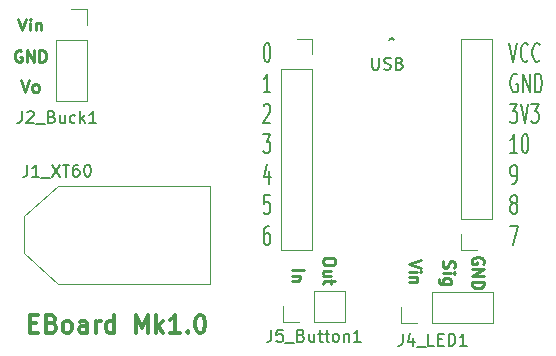
<source format=gbr>
%TF.GenerationSoftware,KiCad,Pcbnew,6.0.4-6f826c9f35~116~ubuntu20.04.1*%
%TF.CreationDate,2022-04-06T08:17:54+02:00*%
%TF.ProjectId,TestProject,54657374-5072-46f6-9a65-63742e6b6963,rev?*%
%TF.SameCoordinates,Original*%
%TF.FileFunction,Legend,Top*%
%TF.FilePolarity,Positive*%
%FSLAX46Y46*%
G04 Gerber Fmt 4.6, Leading zero omitted, Abs format (unit mm)*
G04 Created by KiCad (PCBNEW 6.0.4-6f826c9f35~116~ubuntu20.04.1) date 2022-04-06 08:17:54*
%MOMM*%
%LPD*%
G01*
G04 APERTURE LIST*
%ADD10C,0.250000*%
%ADD11C,0.150000*%
%ADD12C,0.300000*%
%ADD13C,0.120000*%
G04 APERTURE END LIST*
D10*
X50492488Y-35259363D02*
X50444869Y-35402220D01*
X50444869Y-35640315D01*
X50492488Y-35735554D01*
X50540107Y-35783173D01*
X50635345Y-35830792D01*
X50730583Y-35830792D01*
X50825821Y-35783173D01*
X50873440Y-35735554D01*
X50921059Y-35640315D01*
X50968678Y-35449839D01*
X51016297Y-35354601D01*
X51063916Y-35306982D01*
X51159154Y-35259363D01*
X51254392Y-35259363D01*
X51349630Y-35306982D01*
X51397250Y-35354601D01*
X51444869Y-35449839D01*
X51444869Y-35687934D01*
X51397250Y-35830792D01*
X50444869Y-36259363D02*
X51111535Y-36259363D01*
X51444869Y-36259363D02*
X51397250Y-36211744D01*
X51349630Y-36259363D01*
X51397250Y-36306982D01*
X51444869Y-36259363D01*
X51349630Y-36259363D01*
X51111535Y-37164125D02*
X50302011Y-37164125D01*
X50206773Y-37116506D01*
X50159154Y-37068887D01*
X50111535Y-36973649D01*
X50111535Y-36830792D01*
X50159154Y-36735554D01*
X50492488Y-37164125D02*
X50444869Y-37068887D01*
X50444869Y-36878411D01*
X50492488Y-36783173D01*
X50540107Y-36735554D01*
X50635345Y-36687934D01*
X50921059Y-36687934D01*
X51016297Y-36735554D01*
X51063916Y-36783173D01*
X51111535Y-36878411D01*
X51111535Y-37068887D01*
X51063916Y-37164125D01*
X53847955Y-35473649D02*
X53895574Y-35378411D01*
X53895574Y-35235554D01*
X53847955Y-35092696D01*
X53752716Y-34997458D01*
X53657478Y-34949839D01*
X53467002Y-34902220D01*
X53324145Y-34902220D01*
X53133669Y-34949839D01*
X53038431Y-34997458D01*
X52943193Y-35092696D01*
X52895574Y-35235554D01*
X52895574Y-35330792D01*
X52943193Y-35473649D01*
X52990812Y-35521268D01*
X53324145Y-35521268D01*
X53324145Y-35330792D01*
X52895574Y-35949839D02*
X53895574Y-35949839D01*
X52895574Y-36521268D01*
X53895574Y-36521268D01*
X52895574Y-36997458D02*
X53895574Y-36997458D01*
X53895574Y-37235554D01*
X53847955Y-37378411D01*
X53752716Y-37473649D01*
X53657478Y-37521268D01*
X53467002Y-37568887D01*
X53324145Y-37568887D01*
X53133669Y-37521268D01*
X53038431Y-37473649D01*
X52943193Y-37378411D01*
X52895574Y-37235554D01*
X52895574Y-36997458D01*
X48605163Y-35153394D02*
X47605163Y-35486727D01*
X48605163Y-35820061D01*
X47605163Y-36153394D02*
X48271829Y-36153394D01*
X48605163Y-36153394D02*
X48557544Y-36105775D01*
X48509924Y-36153394D01*
X48557544Y-36201013D01*
X48605163Y-36153394D01*
X48509924Y-36153394D01*
X48271829Y-36629584D02*
X47605163Y-36629584D01*
X48176591Y-36629584D02*
X48224210Y-36677204D01*
X48271829Y-36772442D01*
X48271829Y-36915299D01*
X48224210Y-37010537D01*
X48128972Y-37058156D01*
X47605163Y-37058156D01*
X41326997Y-35197201D02*
X41326997Y-35387677D01*
X41279378Y-35482915D01*
X41184139Y-35578154D01*
X40993663Y-35625773D01*
X40660330Y-35625773D01*
X40469854Y-35578154D01*
X40374616Y-35482915D01*
X40326997Y-35387677D01*
X40326997Y-35197201D01*
X40374616Y-35101963D01*
X40469854Y-35006725D01*
X40660330Y-34959106D01*
X40993663Y-34959106D01*
X41184139Y-35006725D01*
X41279378Y-35101963D01*
X41326997Y-35197201D01*
X40993663Y-36482915D02*
X40326997Y-36482915D01*
X40993663Y-36054344D02*
X40469854Y-36054344D01*
X40374616Y-36101963D01*
X40326997Y-36197201D01*
X40326997Y-36340058D01*
X40374616Y-36435296D01*
X40422235Y-36482915D01*
X40993663Y-36816249D02*
X40993663Y-37197201D01*
X41326997Y-36959106D02*
X40469854Y-36959106D01*
X40374616Y-37006725D01*
X40326997Y-37101963D01*
X40326997Y-37197201D01*
X37661125Y-36026093D02*
X38661125Y-36026093D01*
X38327791Y-36502283D02*
X37661125Y-36502283D01*
X38232553Y-36502283D02*
X38280172Y-36549902D01*
X38327791Y-36645140D01*
X38327791Y-36787997D01*
X38280172Y-36883235D01*
X38184934Y-36930854D01*
X37661125Y-36930854D01*
D11*
X35512380Y-16795809D02*
X35607619Y-16795809D01*
X35702857Y-16872000D01*
X35750476Y-16948190D01*
X35798095Y-17100571D01*
X35845714Y-17405333D01*
X35845714Y-17786285D01*
X35798095Y-18091047D01*
X35750476Y-18243428D01*
X35702857Y-18319619D01*
X35607619Y-18395809D01*
X35512380Y-18395809D01*
X35417142Y-18319619D01*
X35369523Y-18243428D01*
X35321904Y-18091047D01*
X35274285Y-17786285D01*
X35274285Y-17405333D01*
X35321904Y-17100571D01*
X35369523Y-16948190D01*
X35417142Y-16872000D01*
X35512380Y-16795809D01*
X35845714Y-20971809D02*
X35274285Y-20971809D01*
X35560000Y-20971809D02*
X35560000Y-19371809D01*
X35464761Y-19600380D01*
X35369523Y-19752761D01*
X35274285Y-19828952D01*
X35274285Y-22100190D02*
X35321904Y-22024000D01*
X35417142Y-21947809D01*
X35655238Y-21947809D01*
X35750476Y-22024000D01*
X35798095Y-22100190D01*
X35845714Y-22252571D01*
X35845714Y-22404952D01*
X35798095Y-22633523D01*
X35226666Y-23547809D01*
X35845714Y-23547809D01*
X35226666Y-24523809D02*
X35845714Y-24523809D01*
X35512380Y-25133333D01*
X35655238Y-25133333D01*
X35750476Y-25209523D01*
X35798095Y-25285714D01*
X35845714Y-25438095D01*
X35845714Y-25819047D01*
X35798095Y-25971428D01*
X35750476Y-26047619D01*
X35655238Y-26123809D01*
X35369523Y-26123809D01*
X35274285Y-26047619D01*
X35226666Y-25971428D01*
X35750476Y-27633142D02*
X35750476Y-28699809D01*
X35512380Y-27023619D02*
X35274285Y-28166476D01*
X35893333Y-28166476D01*
X35798095Y-29675809D02*
X35321904Y-29675809D01*
X35274285Y-30437714D01*
X35321904Y-30361523D01*
X35417142Y-30285333D01*
X35655238Y-30285333D01*
X35750476Y-30361523D01*
X35798095Y-30437714D01*
X35845714Y-30590095D01*
X35845714Y-30971047D01*
X35798095Y-31123428D01*
X35750476Y-31199619D01*
X35655238Y-31275809D01*
X35417142Y-31275809D01*
X35321904Y-31199619D01*
X35274285Y-31123428D01*
X35750476Y-32251809D02*
X35560000Y-32251809D01*
X35464761Y-32328000D01*
X35417142Y-32404190D01*
X35321904Y-32632761D01*
X35274285Y-32937523D01*
X35274285Y-33547047D01*
X35321904Y-33699428D01*
X35369523Y-33775619D01*
X35464761Y-33851809D01*
X35655238Y-33851809D01*
X35750476Y-33775619D01*
X35798095Y-33699428D01*
X35845714Y-33547047D01*
X35845714Y-33166095D01*
X35798095Y-33013714D01*
X35750476Y-32937523D01*
X35655238Y-32861333D01*
X35464761Y-32861333D01*
X35369523Y-32937523D01*
X35321904Y-33013714D01*
X35274285Y-33166095D01*
X56072738Y-16795809D02*
X56406071Y-18395809D01*
X56739404Y-16795809D01*
X57644166Y-18243428D02*
X57596547Y-18319619D01*
X57453690Y-18395809D01*
X57358452Y-18395809D01*
X57215595Y-18319619D01*
X57120357Y-18167238D01*
X57072738Y-18014857D01*
X57025119Y-17710095D01*
X57025119Y-17481523D01*
X57072738Y-17176761D01*
X57120357Y-17024380D01*
X57215595Y-16872000D01*
X57358452Y-16795809D01*
X57453690Y-16795809D01*
X57596547Y-16872000D01*
X57644166Y-16948190D01*
X58644166Y-18243428D02*
X58596547Y-18319619D01*
X58453690Y-18395809D01*
X58358452Y-18395809D01*
X58215595Y-18319619D01*
X58120357Y-18167238D01*
X58072738Y-18014857D01*
X58025119Y-17710095D01*
X58025119Y-17481523D01*
X58072738Y-17176761D01*
X58120357Y-17024380D01*
X58215595Y-16872000D01*
X58358452Y-16795809D01*
X58453690Y-16795809D01*
X58596547Y-16872000D01*
X58644166Y-16948190D01*
X56739404Y-19448000D02*
X56644166Y-19371809D01*
X56501309Y-19371809D01*
X56358452Y-19448000D01*
X56263214Y-19600380D01*
X56215595Y-19752761D01*
X56167976Y-20057523D01*
X56167976Y-20286095D01*
X56215595Y-20590857D01*
X56263214Y-20743238D01*
X56358452Y-20895619D01*
X56501309Y-20971809D01*
X56596547Y-20971809D01*
X56739404Y-20895619D01*
X56787023Y-20819428D01*
X56787023Y-20286095D01*
X56596547Y-20286095D01*
X57215595Y-20971809D02*
X57215595Y-19371809D01*
X57787023Y-20971809D01*
X57787023Y-19371809D01*
X58263214Y-20971809D02*
X58263214Y-19371809D01*
X58501309Y-19371809D01*
X58644166Y-19448000D01*
X58739404Y-19600380D01*
X58787023Y-19752761D01*
X58834642Y-20057523D01*
X58834642Y-20286095D01*
X58787023Y-20590857D01*
X58739404Y-20743238D01*
X58644166Y-20895619D01*
X58501309Y-20971809D01*
X58263214Y-20971809D01*
X56120357Y-21947809D02*
X56739404Y-21947809D01*
X56406071Y-22557333D01*
X56548928Y-22557333D01*
X56644166Y-22633523D01*
X56691785Y-22709714D01*
X56739404Y-22862095D01*
X56739404Y-23243047D01*
X56691785Y-23395428D01*
X56644166Y-23471619D01*
X56548928Y-23547809D01*
X56263214Y-23547809D01*
X56167976Y-23471619D01*
X56120357Y-23395428D01*
X57025119Y-21947809D02*
X57358452Y-23547809D01*
X57691785Y-21947809D01*
X57929880Y-21947809D02*
X58548928Y-21947809D01*
X58215595Y-22557333D01*
X58358452Y-22557333D01*
X58453690Y-22633523D01*
X58501309Y-22709714D01*
X58548928Y-22862095D01*
X58548928Y-23243047D01*
X58501309Y-23395428D01*
X58453690Y-23471619D01*
X58358452Y-23547809D01*
X58072738Y-23547809D01*
X57977500Y-23471619D01*
X57929880Y-23395428D01*
X56739404Y-26123809D02*
X56167976Y-26123809D01*
X56453690Y-26123809D02*
X56453690Y-24523809D01*
X56358452Y-24752380D01*
X56263214Y-24904761D01*
X56167976Y-24980952D01*
X57358452Y-24523809D02*
X57453690Y-24523809D01*
X57548928Y-24600000D01*
X57596547Y-24676190D01*
X57644166Y-24828571D01*
X57691785Y-25133333D01*
X57691785Y-25514285D01*
X57644166Y-25819047D01*
X57596547Y-25971428D01*
X57548928Y-26047619D01*
X57453690Y-26123809D01*
X57358452Y-26123809D01*
X57263214Y-26047619D01*
X57215595Y-25971428D01*
X57167976Y-25819047D01*
X57120357Y-25514285D01*
X57120357Y-25133333D01*
X57167976Y-24828571D01*
X57215595Y-24676190D01*
X57263214Y-24600000D01*
X57358452Y-24523809D01*
X56263214Y-28699809D02*
X56453690Y-28699809D01*
X56548928Y-28623619D01*
X56596547Y-28547428D01*
X56691785Y-28318857D01*
X56739404Y-28014095D01*
X56739404Y-27404571D01*
X56691785Y-27252190D01*
X56644166Y-27176000D01*
X56548928Y-27099809D01*
X56358452Y-27099809D01*
X56263214Y-27176000D01*
X56215595Y-27252190D01*
X56167976Y-27404571D01*
X56167976Y-27785523D01*
X56215595Y-27937904D01*
X56263214Y-28014095D01*
X56358452Y-28090285D01*
X56548928Y-28090285D01*
X56644166Y-28014095D01*
X56691785Y-27937904D01*
X56739404Y-27785523D01*
X56358452Y-30361523D02*
X56263214Y-30285333D01*
X56215595Y-30209142D01*
X56167976Y-30056761D01*
X56167976Y-29980571D01*
X56215595Y-29828190D01*
X56263214Y-29752000D01*
X56358452Y-29675809D01*
X56548928Y-29675809D01*
X56644166Y-29752000D01*
X56691785Y-29828190D01*
X56739404Y-29980571D01*
X56739404Y-30056761D01*
X56691785Y-30209142D01*
X56644166Y-30285333D01*
X56548928Y-30361523D01*
X56358452Y-30361523D01*
X56263214Y-30437714D01*
X56215595Y-30513904D01*
X56167976Y-30666285D01*
X56167976Y-30971047D01*
X56215595Y-31123428D01*
X56263214Y-31199619D01*
X56358452Y-31275809D01*
X56548928Y-31275809D01*
X56644166Y-31199619D01*
X56691785Y-31123428D01*
X56739404Y-30971047D01*
X56739404Y-30666285D01*
X56691785Y-30513904D01*
X56644166Y-30437714D01*
X56548928Y-30361523D01*
X56120357Y-32251809D02*
X56787023Y-32251809D01*
X56358452Y-33851809D01*
X45910476Y-16522619D02*
X46100952Y-16379761D01*
X46291428Y-16522619D01*
X44458095Y-18037380D02*
X44458095Y-18846904D01*
X44505714Y-18942142D01*
X44553333Y-18989761D01*
X44648571Y-19037380D01*
X44839047Y-19037380D01*
X44934285Y-18989761D01*
X44981904Y-18942142D01*
X45029523Y-18846904D01*
X45029523Y-18037380D01*
X45458095Y-18989761D02*
X45600952Y-19037380D01*
X45839047Y-19037380D01*
X45934285Y-18989761D01*
X45981904Y-18942142D01*
X46029523Y-18846904D01*
X46029523Y-18751666D01*
X45981904Y-18656428D01*
X45934285Y-18608809D01*
X45839047Y-18561190D01*
X45648571Y-18513571D01*
X45553333Y-18465952D01*
X45505714Y-18418333D01*
X45458095Y-18323095D01*
X45458095Y-18227857D01*
X45505714Y-18132619D01*
X45553333Y-18085000D01*
X45648571Y-18037380D01*
X45886666Y-18037380D01*
X46029523Y-18085000D01*
X46791428Y-18513571D02*
X46934285Y-18561190D01*
X46981904Y-18608809D01*
X47029523Y-18704047D01*
X47029523Y-18846904D01*
X46981904Y-18942142D01*
X46934285Y-18989761D01*
X46839047Y-19037380D01*
X46458095Y-19037380D01*
X46458095Y-18037380D01*
X46791428Y-18037380D01*
X46886666Y-18085000D01*
X46934285Y-18132619D01*
X46981904Y-18227857D01*
X46981904Y-18323095D01*
X46934285Y-18418333D01*
X46886666Y-18465952D01*
X46791428Y-18513571D01*
X46458095Y-18513571D01*
D10*
X14504846Y-14720597D02*
X14838179Y-15720597D01*
X15171513Y-14720597D01*
X15504846Y-15720597D02*
X15504846Y-15053931D01*
X15504846Y-14720597D02*
X15457227Y-14768217D01*
X15504846Y-14815836D01*
X15552465Y-14768217D01*
X15504846Y-14720597D01*
X15504846Y-14815836D01*
X15981036Y-15053931D02*
X15981036Y-15720597D01*
X15981036Y-15149169D02*
X16028656Y-15101550D01*
X16123894Y-15053931D01*
X16266751Y-15053931D01*
X16361989Y-15101550D01*
X16409608Y-15196788D01*
X16409608Y-15720597D01*
X14742941Y-19947573D02*
X15076275Y-20947573D01*
X15409608Y-19947573D01*
X15885798Y-20947573D02*
X15790560Y-20899954D01*
X15742941Y-20852335D01*
X15695322Y-20757097D01*
X15695322Y-20471383D01*
X15742941Y-20376145D01*
X15790560Y-20328526D01*
X15885798Y-20280907D01*
X16028656Y-20280907D01*
X16123894Y-20328526D01*
X16171513Y-20376145D01*
X16219132Y-20471383D01*
X16219132Y-20757097D01*
X16171513Y-20852335D01*
X16123894Y-20899954D01*
X16028656Y-20947573D01*
X15885798Y-20947573D01*
X14766751Y-17430103D02*
X14671513Y-17382483D01*
X14528656Y-17382483D01*
X14385798Y-17430103D01*
X14290560Y-17525341D01*
X14242941Y-17620579D01*
X14195322Y-17811055D01*
X14195322Y-17953912D01*
X14242941Y-18144388D01*
X14290560Y-18239626D01*
X14385798Y-18334864D01*
X14528656Y-18382483D01*
X14623894Y-18382483D01*
X14766751Y-18334864D01*
X14814370Y-18287245D01*
X14814370Y-17953912D01*
X14623894Y-17953912D01*
X15242941Y-18382483D02*
X15242941Y-17382483D01*
X15814370Y-18382483D01*
X15814370Y-17382483D01*
X16290560Y-18382483D02*
X16290560Y-17382483D01*
X16528656Y-17382483D01*
X16671513Y-17430103D01*
X16766751Y-17525341D01*
X16814370Y-17620579D01*
X16861989Y-17811055D01*
X16861989Y-17953912D01*
X16814370Y-18144388D01*
X16766751Y-18239626D01*
X16671513Y-18334864D01*
X16528656Y-18382483D01*
X16290560Y-18382483D01*
D12*
X15467142Y-40532857D02*
X15967142Y-40532857D01*
X16181428Y-41318571D02*
X15467142Y-41318571D01*
X15467142Y-39818571D01*
X16181428Y-39818571D01*
X17324285Y-40532857D02*
X17538571Y-40604285D01*
X17610000Y-40675714D01*
X17681428Y-40818571D01*
X17681428Y-41032857D01*
X17610000Y-41175714D01*
X17538571Y-41247142D01*
X17395714Y-41318571D01*
X16824285Y-41318571D01*
X16824285Y-39818571D01*
X17324285Y-39818571D01*
X17467142Y-39890000D01*
X17538571Y-39961428D01*
X17610000Y-40104285D01*
X17610000Y-40247142D01*
X17538571Y-40390000D01*
X17467142Y-40461428D01*
X17324285Y-40532857D01*
X16824285Y-40532857D01*
X18538571Y-41318571D02*
X18395714Y-41247142D01*
X18324285Y-41175714D01*
X18252857Y-41032857D01*
X18252857Y-40604285D01*
X18324285Y-40461428D01*
X18395714Y-40390000D01*
X18538571Y-40318571D01*
X18752857Y-40318571D01*
X18895714Y-40390000D01*
X18967142Y-40461428D01*
X19038571Y-40604285D01*
X19038571Y-41032857D01*
X18967142Y-41175714D01*
X18895714Y-41247142D01*
X18752857Y-41318571D01*
X18538571Y-41318571D01*
X20324285Y-41318571D02*
X20324285Y-40532857D01*
X20252857Y-40390000D01*
X20110000Y-40318571D01*
X19824285Y-40318571D01*
X19681428Y-40390000D01*
X20324285Y-41247142D02*
X20181428Y-41318571D01*
X19824285Y-41318571D01*
X19681428Y-41247142D01*
X19610000Y-41104285D01*
X19610000Y-40961428D01*
X19681428Y-40818571D01*
X19824285Y-40747142D01*
X20181428Y-40747142D01*
X20324285Y-40675714D01*
X21038571Y-41318571D02*
X21038571Y-40318571D01*
X21038571Y-40604285D02*
X21110000Y-40461428D01*
X21181428Y-40390000D01*
X21324285Y-40318571D01*
X21467142Y-40318571D01*
X22610000Y-41318571D02*
X22610000Y-39818571D01*
X22610000Y-41247142D02*
X22467142Y-41318571D01*
X22181428Y-41318571D01*
X22038571Y-41247142D01*
X21967142Y-41175714D01*
X21895714Y-41032857D01*
X21895714Y-40604285D01*
X21967142Y-40461428D01*
X22038571Y-40390000D01*
X22181428Y-40318571D01*
X22467142Y-40318571D01*
X22610000Y-40390000D01*
X24467142Y-41318571D02*
X24467142Y-39818571D01*
X24967142Y-40890000D01*
X25467142Y-39818571D01*
X25467142Y-41318571D01*
X26181428Y-41318571D02*
X26181428Y-39818571D01*
X26324285Y-40747142D02*
X26752857Y-41318571D01*
X26752857Y-40318571D02*
X26181428Y-40890000D01*
X28181428Y-41318571D02*
X27324285Y-41318571D01*
X27752857Y-41318571D02*
X27752857Y-39818571D01*
X27610000Y-40032857D01*
X27467142Y-40175714D01*
X27324285Y-40247142D01*
X28824285Y-41175714D02*
X28895714Y-41247142D01*
X28824285Y-41318571D01*
X28752857Y-41247142D01*
X28824285Y-41175714D01*
X28824285Y-41318571D01*
X29824285Y-39818571D02*
X29967142Y-39818571D01*
X30110000Y-39890000D01*
X30181428Y-39961428D01*
X30252857Y-40104285D01*
X30324285Y-40390000D01*
X30324285Y-40747142D01*
X30252857Y-41032857D01*
X30181428Y-41175714D01*
X30110000Y-41247142D01*
X29967142Y-41318571D01*
X29824285Y-41318571D01*
X29681428Y-41247142D01*
X29610000Y-41175714D01*
X29538571Y-41032857D01*
X29467142Y-40747142D01*
X29467142Y-40390000D01*
X29538571Y-40104285D01*
X29610000Y-39961428D01*
X29681428Y-39890000D01*
X29824285Y-39818571D01*
D11*
%TO.C,J4_LED1*%
X47036317Y-41400906D02*
X47036317Y-42115192D01*
X46988698Y-42258049D01*
X46893460Y-42353287D01*
X46750603Y-42400906D01*
X46655365Y-42400906D01*
X47941079Y-41734240D02*
X47941079Y-42400906D01*
X47702984Y-41353287D02*
X47464889Y-42067573D01*
X48083937Y-42067573D01*
X48226794Y-42496145D02*
X48988698Y-42496145D01*
X49702984Y-42400906D02*
X49226794Y-42400906D01*
X49226794Y-41400906D01*
X50036317Y-41877097D02*
X50369651Y-41877097D01*
X50512508Y-42400906D02*
X50036317Y-42400906D01*
X50036317Y-41400906D01*
X50512508Y-41400906D01*
X50941079Y-42400906D02*
X50941079Y-41400906D01*
X51179175Y-41400906D01*
X51322032Y-41448526D01*
X51417270Y-41543764D01*
X51464889Y-41639002D01*
X51512508Y-41829478D01*
X51512508Y-41972335D01*
X51464889Y-42162811D01*
X51417270Y-42258049D01*
X51322032Y-42353287D01*
X51179175Y-42400906D01*
X50941079Y-42400906D01*
X52464889Y-42400906D02*
X51893460Y-42400906D01*
X52179175Y-42400906D02*
X52179175Y-41400906D01*
X52083937Y-41543764D01*
X51988698Y-41639002D01*
X51893460Y-41686621D01*
%TO.C,J1_XT60*%
X15256190Y-27101155D02*
X15256190Y-27815441D01*
X15208571Y-27958298D01*
X15113333Y-28053536D01*
X14970476Y-28101155D01*
X14875238Y-28101155D01*
X16256190Y-28101155D02*
X15684761Y-28101155D01*
X15970476Y-28101155D02*
X15970476Y-27101155D01*
X15875238Y-27244013D01*
X15780000Y-27339251D01*
X15684761Y-27386870D01*
X16446666Y-28196394D02*
X17208571Y-28196394D01*
X17351428Y-27101155D02*
X18018095Y-28101155D01*
X18018095Y-27101155D02*
X17351428Y-28101155D01*
X18256190Y-27101155D02*
X18827619Y-27101155D01*
X18541904Y-28101155D02*
X18541904Y-27101155D01*
X19589523Y-27101155D02*
X19399047Y-27101155D01*
X19303809Y-27148775D01*
X19256190Y-27196394D01*
X19160952Y-27339251D01*
X19113333Y-27529727D01*
X19113333Y-27910679D01*
X19160952Y-28005917D01*
X19208571Y-28053536D01*
X19303809Y-28101155D01*
X19494285Y-28101155D01*
X19589523Y-28053536D01*
X19637142Y-28005917D01*
X19684761Y-27910679D01*
X19684761Y-27672584D01*
X19637142Y-27577346D01*
X19589523Y-27529727D01*
X19494285Y-27482108D01*
X19303809Y-27482108D01*
X19208571Y-27529727D01*
X19160952Y-27577346D01*
X19113333Y-27672584D01*
X20303809Y-27101155D02*
X20399047Y-27101155D01*
X20494285Y-27148775D01*
X20541904Y-27196394D01*
X20589523Y-27291632D01*
X20637142Y-27482108D01*
X20637142Y-27720203D01*
X20589523Y-27910679D01*
X20541904Y-28005917D01*
X20494285Y-28053536D01*
X20399047Y-28101155D01*
X20303809Y-28101155D01*
X20208571Y-28053536D01*
X20160952Y-28005917D01*
X20113333Y-27910679D01*
X20065714Y-27720203D01*
X20065714Y-27482108D01*
X20113333Y-27291632D01*
X20160952Y-27196394D01*
X20208571Y-27148775D01*
X20303809Y-27101155D01*
%TO.C,J5_Button1*%
X35927752Y-41074380D02*
X35927752Y-41788666D01*
X35880133Y-41931523D01*
X35784895Y-42026761D01*
X35642038Y-42074380D01*
X35546800Y-42074380D01*
X36880133Y-41074380D02*
X36403942Y-41074380D01*
X36356323Y-41550571D01*
X36403942Y-41502952D01*
X36499180Y-41455333D01*
X36737276Y-41455333D01*
X36832514Y-41502952D01*
X36880133Y-41550571D01*
X36927752Y-41645809D01*
X36927752Y-41883904D01*
X36880133Y-41979142D01*
X36832514Y-42026761D01*
X36737276Y-42074380D01*
X36499180Y-42074380D01*
X36403942Y-42026761D01*
X36356323Y-41979142D01*
X37118228Y-42169619D02*
X37880133Y-42169619D01*
X38451561Y-41550571D02*
X38594419Y-41598190D01*
X38642038Y-41645809D01*
X38689657Y-41741047D01*
X38689657Y-41883904D01*
X38642038Y-41979142D01*
X38594419Y-42026761D01*
X38499180Y-42074380D01*
X38118228Y-42074380D01*
X38118228Y-41074380D01*
X38451561Y-41074380D01*
X38546800Y-41122000D01*
X38594419Y-41169619D01*
X38642038Y-41264857D01*
X38642038Y-41360095D01*
X38594419Y-41455333D01*
X38546800Y-41502952D01*
X38451561Y-41550571D01*
X38118228Y-41550571D01*
X39546800Y-41407714D02*
X39546800Y-42074380D01*
X39118228Y-41407714D02*
X39118228Y-41931523D01*
X39165847Y-42026761D01*
X39261085Y-42074380D01*
X39403942Y-42074380D01*
X39499180Y-42026761D01*
X39546800Y-41979142D01*
X39880133Y-41407714D02*
X40261085Y-41407714D01*
X40022990Y-41074380D02*
X40022990Y-41931523D01*
X40070609Y-42026761D01*
X40165847Y-42074380D01*
X40261085Y-42074380D01*
X40451561Y-41407714D02*
X40832514Y-41407714D01*
X40594419Y-41074380D02*
X40594419Y-41931523D01*
X40642038Y-42026761D01*
X40737276Y-42074380D01*
X40832514Y-42074380D01*
X41308704Y-42074380D02*
X41213466Y-42026761D01*
X41165847Y-41979142D01*
X41118228Y-41883904D01*
X41118228Y-41598190D01*
X41165847Y-41502952D01*
X41213466Y-41455333D01*
X41308704Y-41407714D01*
X41451561Y-41407714D01*
X41546800Y-41455333D01*
X41594419Y-41502952D01*
X41642038Y-41598190D01*
X41642038Y-41883904D01*
X41594419Y-41979142D01*
X41546800Y-42026761D01*
X41451561Y-42074380D01*
X41308704Y-42074380D01*
X42070609Y-41407714D02*
X42070609Y-42074380D01*
X42070609Y-41502952D02*
X42118228Y-41455333D01*
X42213466Y-41407714D01*
X42356323Y-41407714D01*
X42451561Y-41455333D01*
X42499180Y-41550571D01*
X42499180Y-42074380D01*
X43499180Y-42074380D02*
X42927752Y-42074380D01*
X43213466Y-42074380D02*
X43213466Y-41074380D01*
X43118228Y-41217238D01*
X43022990Y-41312476D01*
X42927752Y-41360095D01*
%TO.C,J2_Buck1*%
X14803809Y-22561061D02*
X14803809Y-23275347D01*
X14756190Y-23418204D01*
X14660952Y-23513442D01*
X14518095Y-23561061D01*
X14422857Y-23561061D01*
X15232380Y-22656300D02*
X15280000Y-22608681D01*
X15375238Y-22561061D01*
X15613333Y-22561061D01*
X15708571Y-22608681D01*
X15756190Y-22656300D01*
X15803809Y-22751538D01*
X15803809Y-22846776D01*
X15756190Y-22989633D01*
X15184761Y-23561061D01*
X15803809Y-23561061D01*
X15994285Y-23656300D02*
X16756190Y-23656300D01*
X17327619Y-23037252D02*
X17470476Y-23084871D01*
X17518095Y-23132490D01*
X17565714Y-23227728D01*
X17565714Y-23370585D01*
X17518095Y-23465823D01*
X17470476Y-23513442D01*
X17375238Y-23561061D01*
X16994285Y-23561061D01*
X16994285Y-22561061D01*
X17327619Y-22561061D01*
X17422857Y-22608681D01*
X17470476Y-22656300D01*
X17518095Y-22751538D01*
X17518095Y-22846776D01*
X17470476Y-22942014D01*
X17422857Y-22989633D01*
X17327619Y-23037252D01*
X16994285Y-23037252D01*
X18422857Y-22894395D02*
X18422857Y-23561061D01*
X17994285Y-22894395D02*
X17994285Y-23418204D01*
X18041904Y-23513442D01*
X18137142Y-23561061D01*
X18280000Y-23561061D01*
X18375238Y-23513442D01*
X18422857Y-23465823D01*
X19327619Y-23513442D02*
X19232380Y-23561061D01*
X19041904Y-23561061D01*
X18946666Y-23513442D01*
X18899047Y-23465823D01*
X18851428Y-23370585D01*
X18851428Y-23084871D01*
X18899047Y-22989633D01*
X18946666Y-22942014D01*
X19041904Y-22894395D01*
X19232380Y-22894395D01*
X19327619Y-22942014D01*
X19756190Y-23561061D02*
X19756190Y-22561061D01*
X19851428Y-23180109D02*
X20137142Y-23561061D01*
X20137142Y-22894395D02*
X19756190Y-23275347D01*
X21089523Y-23561061D02*
X20518095Y-23561061D01*
X20803809Y-23561061D02*
X20803809Y-22561061D01*
X20708571Y-22703919D01*
X20613333Y-22799157D01*
X20518095Y-22846776D01*
D13*
%TO.C,J4_LED1*%
X54670000Y-40495700D02*
X54670000Y-37835700D01*
X49530000Y-40495700D02*
X54670000Y-40495700D01*
X48260000Y-40495700D02*
X46930000Y-40495700D01*
X49530000Y-37835700D02*
X54670000Y-37835700D01*
X46930000Y-40495700D02*
X46930000Y-39165700D01*
X49530000Y-40495700D02*
X49530000Y-37835700D01*
%TO.C,J3_MCU_Left1*%
X38075000Y-16430000D02*
X39405000Y-16430000D01*
X36745000Y-19030000D02*
X39405000Y-19030000D01*
X39405000Y-19030000D02*
X39405000Y-34330000D01*
X36745000Y-34330000D02*
X39405000Y-34330000D01*
X36745000Y-19030000D02*
X36745000Y-34330000D01*
X39405000Y-16430000D02*
X39405000Y-17760000D01*
%TO.C,J1_XT60*%
X17860000Y-28870000D02*
X15010000Y-31420000D01*
X30710000Y-37170000D02*
X30710000Y-28870000D01*
X15010000Y-34570000D02*
X17860000Y-37170000D01*
X30710000Y-28870000D02*
X17860000Y-28870000D01*
X17860000Y-37170000D02*
X30710000Y-37170000D01*
X15010000Y-31420000D02*
X15010000Y-34570000D01*
%TO.C,J3_MCU_Right1*%
X51985000Y-34310000D02*
X51985000Y-32980000D01*
X54645000Y-31710000D02*
X51985000Y-31710000D01*
X53315000Y-34310000D02*
X51985000Y-34310000D01*
X54645000Y-31710000D02*
X54645000Y-16410000D01*
X51985000Y-31710000D02*
X51985000Y-16410000D01*
X54645000Y-16410000D02*
X51985000Y-16410000D01*
%TO.C,J5_Button1*%
X38276800Y-40412000D02*
X36946800Y-40412000D01*
X39546800Y-40412000D02*
X39546800Y-37752000D01*
X39546800Y-37752000D02*
X42146800Y-37752000D01*
X42146800Y-40412000D02*
X42146800Y-37752000D01*
X39546800Y-40412000D02*
X42146800Y-40412000D01*
X36946800Y-40412000D02*
X36946800Y-39082000D01*
%TO.C,J2_Buck1*%
X20320000Y-16540000D02*
X20320000Y-21680000D01*
X18990000Y-13940000D02*
X20320000Y-13940000D01*
X17660000Y-16540000D02*
X17660000Y-21680000D01*
X20320000Y-13940000D02*
X20320000Y-15270000D01*
X17660000Y-16540000D02*
X20320000Y-16540000D01*
X17660000Y-21680000D02*
X20320000Y-21680000D01*
%TD*%
M02*

</source>
